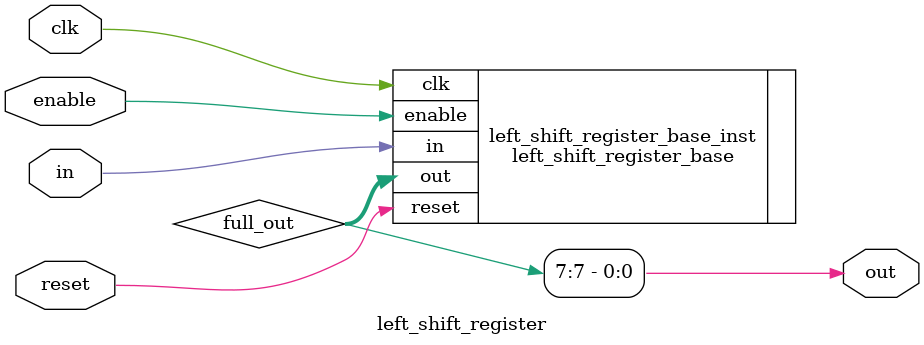
<source format=v>
`include "left_shift_register_base.v"

module left_shift_register
    #(parameter DEPTH=8)
    (
        input clk,    
        input reset,  
        input in,                                     
        input enable,                                    
        output out
    );

    wire [DEPTH-1:0] full_out;

    left_shift_register_base #(.DEPTH(DEPTH)) left_shift_register_base_inst
    (
        .clk(clk),
        .reset(reset),
        .in(in),
        .enable(enable),
        .out(full_out)
    );

    assign out = full_out[DEPTH-1];
        
endmodule

</source>
